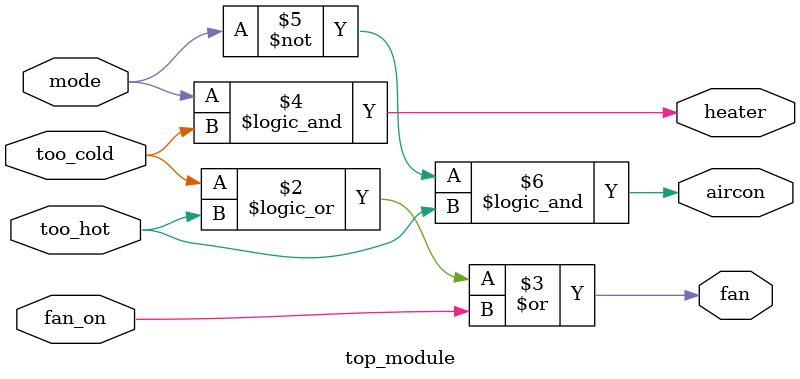
<source format=sv>
module top_module(
    input mode,
    input too_cold, 
    input too_hot,
    input fan_on,
    output reg heater,
    output reg aircon,
    output reg fan
);

always @(*) begin
    // Control the fan
    fan = (too_cold || too_hot) | fan_on;

    // Control the heater
    heater = (mode && too_cold);

    // Control the air conditioner
    aircon = (~mode && too_hot);
end

endmodule

</source>
